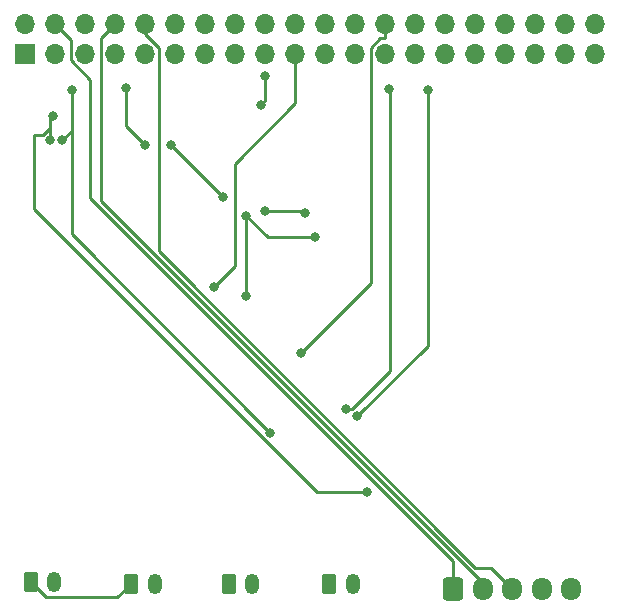
<source format=gbl>
%TF.GenerationSoftware,KiCad,Pcbnew,8.0.2*%
%TF.CreationDate,2024-05-07T14:02:44-06:00*%
%TF.ProjectId,PCB_Project,5043425f-5072-46f6-9a65-63742e6b6963,rev?*%
%TF.SameCoordinates,Original*%
%TF.FileFunction,Copper,L2,Bot*%
%TF.FilePolarity,Positive*%
%FSLAX46Y46*%
G04 Gerber Fmt 4.6, Leading zero omitted, Abs format (unit mm)*
G04 Created by KiCad (PCBNEW 8.0.2) date 2024-05-07 14:02:44*
%MOMM*%
%LPD*%
G01*
G04 APERTURE LIST*
G04 Aperture macros list*
%AMRoundRect*
0 Rectangle with rounded corners*
0 $1 Rounding radius*
0 $2 $3 $4 $5 $6 $7 $8 $9 X,Y pos of 4 corners*
0 Add a 4 corners polygon primitive as box body*
4,1,4,$2,$3,$4,$5,$6,$7,$8,$9,$2,$3,0*
0 Add four circle primitives for the rounded corners*
1,1,$1+$1,$2,$3*
1,1,$1+$1,$4,$5*
1,1,$1+$1,$6,$7*
1,1,$1+$1,$8,$9*
0 Add four rect primitives between the rounded corners*
20,1,$1+$1,$2,$3,$4,$5,0*
20,1,$1+$1,$4,$5,$6,$7,0*
20,1,$1+$1,$6,$7,$8,$9,0*
20,1,$1+$1,$8,$9,$2,$3,0*%
G04 Aperture macros list end*
%TA.AperFunction,ComponentPad*%
%ADD10R,1.700000X1.700000*%
%TD*%
%TA.AperFunction,ComponentPad*%
%ADD11O,1.700000X1.700000*%
%TD*%
%TA.AperFunction,ComponentPad*%
%ADD12RoundRect,0.250000X-0.350000X-0.625000X0.350000X-0.625000X0.350000X0.625000X-0.350000X0.625000X0*%
%TD*%
%TA.AperFunction,ComponentPad*%
%ADD13O,1.200000X1.750000*%
%TD*%
%TA.AperFunction,ComponentPad*%
%ADD14RoundRect,0.250000X-0.600000X-0.725000X0.600000X-0.725000X0.600000X0.725000X-0.600000X0.725000X0*%
%TD*%
%TA.AperFunction,ComponentPad*%
%ADD15O,1.700000X1.950000*%
%TD*%
%TA.AperFunction,ViaPad*%
%ADD16C,0.800000*%
%TD*%
%TA.AperFunction,Conductor*%
%ADD17C,0.250000*%
%TD*%
G04 APERTURE END LIST*
D10*
%TO.P,U4,1,3V3*%
%TO.N,+3V3*%
X117240000Y-62740000D03*
D11*
%TO.P,U4,2,5V*%
%TO.N,+5V*%
X117240000Y-60200000D03*
%TO.P,U4,3,GPIO_2*%
%TO.N,I2C_SCL_1*%
X119780000Y-62740000D03*
%TO.P,U4,4,5V*%
%TO.N,+5V*%
X119780000Y-60200000D03*
%TO.P,U4,5,GPIO_3*%
%TO.N,I2C_SDA_1*%
X122320000Y-62740000D03*
%TO.P,U4,6,GND*%
%TO.N,GND*%
X122320000Y-60200000D03*
%TO.P,U4,7,GPIO_4*%
%TO.N,I2C_SDA_2*%
X124860000Y-62740000D03*
%TO.P,U4,8,GPIO_14*%
%TO.N,Pi_TX*%
X124860000Y-60200000D03*
%TO.P,U4,9,GND*%
%TO.N,GND*%
X127400000Y-62740000D03*
%TO.P,U4,10,GPIO_15*%
%TO.N,Pi_RX*%
X127400000Y-60200000D03*
%TO.P,U4,11,GPIO_17*%
%TO.N,CSB_Gryo_BMI088*%
X129940000Y-62740000D03*
%TO.P,U4,12,GPIO_18*%
%TO.N,nCS_2*%
X129940000Y-60200000D03*
%TO.P,U4,13,GPIO_27*%
%TO.N,unconnected-(U4-GPIO_27-Pad13)*%
X132480000Y-62740000D03*
%TO.P,U4,14,GND*%
%TO.N,GND*%
X132480000Y-60200000D03*
%TO.P,U4,15,GPIO_22*%
%TO.N,unconnected-(U4-GPIO_22-Pad15)*%
X135020000Y-62740000D03*
%TO.P,U4,16,GPIO_23*%
%TO.N,unconnected-(U4-GPIO_23-Pad16)*%
X135020000Y-60200000D03*
%TO.P,U4,17,3V3*%
%TO.N,+3V3*%
X137560000Y-62740000D03*
%TO.P,U4,18,GPIO_24*%
%TO.N,unconnected-(U4-GPIO_24-Pad18)*%
X137560000Y-60200000D03*
%TO.P,U4,19,GPIO_10*%
%TO.N,SDI_1*%
X140100000Y-62740000D03*
%TO.P,U4,20,GND*%
%TO.N,GND*%
X140100000Y-60200000D03*
%TO.P,U4,21,GPIO_9*%
%TO.N,SDO_1*%
X142640000Y-62740000D03*
%TO.P,U4,22,GPIO_25*%
%TO.N,unconnected-(U4-GPIO_25-Pad22)*%
X142640000Y-60200000D03*
%TO.P,U4,23,GPIO_11*%
%TO.N,SCK_1*%
X145180000Y-62740000D03*
%TO.P,U4,24,GPIO_8*%
%TO.N,unconnected-(U4-GPIO_8-Pad24)*%
X145180000Y-60200000D03*
%TO.P,U4,25,GND*%
%TO.N,GND*%
X147720000Y-62740000D03*
%TO.P,U4,26,GPIO_7*%
%TO.N,CSB_Accel_BMI088*%
X147720000Y-60200000D03*
%TO.P,U4,27,GPIO_0*%
%TO.N,I2C_SDA_M*%
X150260000Y-62740000D03*
%TO.P,U4,28,GPIO_1*%
%TO.N,I2C_SCL_M*%
X150260000Y-60200000D03*
%TO.P,U4,29,GPIO_5*%
%TO.N,I2C_SCL_2*%
X152800000Y-62740000D03*
%TO.P,U4,30,GND*%
%TO.N,GND*%
X152800000Y-60200000D03*
%TO.P,U4,31,GPIO_6*%
%TO.N,unconnected-(U4-GPIO_6-Pad31)*%
X155340000Y-62740000D03*
%TO.P,U4,32,GPIO_12*%
%TO.N,unconnected-(U4-GPIO_12-Pad32)*%
X155340000Y-60200000D03*
%TO.P,U4,33,GPIO_13*%
%TO.N,unconnected-(U4-GPIO_13-Pad33)*%
X157880000Y-62740000D03*
%TO.P,U4,34,GND*%
%TO.N,GND*%
X157880000Y-60200000D03*
%TO.P,U4,35,GPIO_19*%
%TO.N,SDO_2*%
X160420000Y-62740000D03*
%TO.P,U4,36,GPIO_16*%
%TO.N,unconnected-(U4-GPIO_16-Pad36)*%
X160420000Y-60200000D03*
%TO.P,U4,37,GPIO_26*%
%TO.N,unconnected-(U4-GPIO_26-Pad37)*%
X162960000Y-62740000D03*
%TO.P,U4,38,GPIO_20*%
%TO.N,SDI_2*%
X162960000Y-60200000D03*
%TO.P,U4,39,GND*%
%TO.N,GND*%
X165500000Y-62740000D03*
%TO.P,U4,40,GPIO_21*%
%TO.N,SCLK_2*%
X165500000Y-60200000D03*
%TD*%
D12*
%TO.P,J4,1,Pin_1*%
%TO.N,I2C_SCL_M*%
X134500000Y-107550000D03*
D13*
%TO.P,J4,2,Pin_2*%
%TO.N,I2C_SDA_M*%
X136500000Y-107550000D03*
%TD*%
D12*
%TO.P,J5,1,Pin_1*%
%TO.N,I2C_SCL_M*%
X143000000Y-107550000D03*
D13*
%TO.P,J5,2,Pin_2*%
%TO.N,I2C_SDA_M*%
X145000000Y-107550000D03*
%TD*%
D14*
%TO.P,J2,1,Vin*%
%TO.N,+5V*%
X153500000Y-108000000D03*
D15*
%TO.P,J2,2,UART_TXD_(Out)*%
%TO.N,Pi_TX*%
X156000000Y-108000000D03*
%TO.P,J2,3,UART_RX_(In)*%
%TO.N,Pi_RX*%
X158500000Y-108000000D03*
%TO.P,J2,4,GND*%
%TO.N,GND*%
X161000000Y-108000000D03*
%TO.P,J2,5,Reserved*%
%TO.N,unconnected-(J2-Reserved-Pad5)*%
X163500000Y-108000000D03*
%TD*%
D12*
%TO.P,J6,1,Pin_1*%
%TO.N,I2C_SCL_M*%
X117750000Y-107450000D03*
D13*
%TO.P,J6,2,Pin_2*%
%TO.N,I2C_SDA_M*%
X119750000Y-107450000D03*
%TD*%
D12*
%TO.P,J3,1,Pin_1*%
%TO.N,I2C_SCL_M*%
X126250000Y-107550000D03*
D13*
%TO.P,J3,2,Pin_2*%
%TO.N,I2C_SDA_M*%
X128250000Y-107550000D03*
%TD*%
D16*
%TO.N,GND*%
X137600000Y-76000000D03*
X141000000Y-76200000D03*
%TO.N,I2C_SCL_1*%
X146200000Y-99800000D03*
%TO.N,I2C_SDA_1*%
X138000000Y-94800000D03*
X121200000Y-65800000D03*
X120400000Y-70000000D03*
%TO.N,I2C_SDA_2*%
X141800000Y-78200000D03*
%TO.N,I2C_SCL_M*%
X144400000Y-92800000D03*
X148100000Y-65700000D03*
%TO.N,I2C_SDA_M*%
X151400000Y-65800000D03*
X145400000Y-93400000D03*
%TO.N,+3V3*%
X137200000Y-67000000D03*
X137560000Y-64600000D03*
%TO.N,I2C_SCL_1*%
X119600000Y-68000000D03*
X119400000Y-70000000D03*
%TO.N,I2C_SDA_2*%
X125835308Y-65600000D03*
X134000000Y-74800000D03*
X129600000Y-70400000D03*
X127400000Y-70400000D03*
X136000000Y-76400000D03*
X136000000Y-83200000D03*
%TO.N,SDI_1*%
X133248800Y-82421500D03*
%TO.N,CSB_Accel_BMI088*%
X140640700Y-88034100D03*
%TD*%
D17*
%TO.N,Pi_TX*%
X156000000Y-108000000D02*
X156000000Y-107476100D01*
X156000000Y-107476100D02*
X123683300Y-75159400D01*
X123683300Y-75159400D02*
X123683300Y-61376700D01*
X123683300Y-61376700D02*
X124860000Y-60200000D01*
%TO.N,I2C_SDA_2*%
X125800000Y-68800000D02*
X127400000Y-70400000D01*
X125835308Y-65600000D02*
X125800000Y-65635308D01*
X125800000Y-65635308D02*
X125800000Y-68800000D01*
%TO.N,GND*%
X140800000Y-76000000D02*
X137600000Y-76000000D01*
X141000000Y-76200000D02*
X140800000Y-76000000D01*
%TO.N,I2C_SCL_1*%
X118000000Y-75825305D02*
X118000000Y-69600000D01*
X119400000Y-70000000D02*
X119400000Y-69000000D01*
X118000000Y-69600000D02*
X118800000Y-69600000D01*
X118800000Y-69600000D02*
X119400000Y-69000000D01*
X141974695Y-99800000D02*
X118000000Y-75825305D01*
X146200000Y-99800000D02*
X141974695Y-99800000D01*
X119400000Y-69000000D02*
X119400000Y-68200000D01*
%TO.N,I2C_SDA_1*%
X120400000Y-70000000D02*
X121200000Y-69200000D01*
X121200000Y-69200000D02*
X121200000Y-68400000D01*
X138000000Y-94800000D02*
X121200000Y-78000000D01*
X121200000Y-78000000D02*
X121200000Y-68400000D01*
X121200000Y-68400000D02*
X121200000Y-65800000D01*
%TO.N,+5V*%
X153500000Y-105615000D02*
X122800000Y-74915000D01*
X122800000Y-64881701D02*
X121145000Y-63226701D01*
X153500000Y-108000000D02*
X153500000Y-105615000D01*
X121145000Y-63226701D02*
X121145000Y-61565000D01*
X122800000Y-74915000D02*
X122800000Y-64881701D01*
X121145000Y-61565000D02*
X119780000Y-60200000D01*
%TO.N,I2C_SDA_2*%
X137800000Y-78200000D02*
X136000000Y-76400000D01*
X141800000Y-78200000D02*
X137800000Y-78200000D01*
%TO.N,I2C_SCL_M*%
X144974695Y-92800000D02*
X144400000Y-92800000D01*
X148100000Y-65700000D02*
X148200000Y-65800000D01*
X148200000Y-65800000D02*
X148200000Y-89574695D01*
X148200000Y-89574695D02*
X144974695Y-92800000D01*
%TO.N,I2C_SDA_M*%
X151400000Y-87400000D02*
X151400000Y-65800000D01*
X145400000Y-93400000D02*
X151400000Y-87400000D01*
%TO.N,+3V3*%
X137560000Y-66640000D02*
X137200000Y-67000000D01*
X137560000Y-64600000D02*
X137560000Y-66640000D01*
%TO.N,I2C_SCL_1*%
X119400000Y-68200000D02*
X119600000Y-68000000D01*
%TO.N,I2C_SDA_2*%
X134000000Y-74800000D02*
X129600000Y-70400000D01*
%TO.N,SDI_1*%
X140100000Y-62740000D02*
X140100000Y-66900000D01*
X140100000Y-66900000D02*
X135000000Y-72000000D01*
X135000000Y-72000000D02*
X135000000Y-80670300D01*
X135000000Y-80670300D02*
X133248800Y-82421500D01*
%TO.N,I2C_SDA_2*%
X136000000Y-83200000D02*
X136000000Y-76400000D01*
%TO.N,I2C_SCL_M*%
X119017300Y-108717300D02*
X117750000Y-107450000D01*
X125082700Y-108717300D02*
X119017300Y-108717300D01*
X126250000Y-107550000D02*
X125082700Y-108717300D01*
%TO.N,CSB_Accel_BMI088*%
X147352200Y-61376700D02*
X147720000Y-61376700D01*
X146543300Y-62185600D02*
X147352200Y-61376700D01*
X146543300Y-82131500D02*
X146543300Y-62185600D01*
X140640700Y-88034100D02*
X146543300Y-82131500D01*
X147720000Y-60200000D02*
X147720000Y-61376700D01*
%TO.N,Pi_RX*%
X158500000Y-108000000D02*
X156700000Y-106200000D01*
X156700000Y-106200000D02*
X155360296Y-106200000D01*
X128576700Y-79416404D02*
X128576700Y-62185600D01*
X128576700Y-62185600D02*
X127400000Y-61008900D01*
X155360296Y-106200000D02*
X128576700Y-79416404D01*
X127400000Y-61008900D02*
X127400000Y-60200000D01*
%TD*%
M02*

</source>
